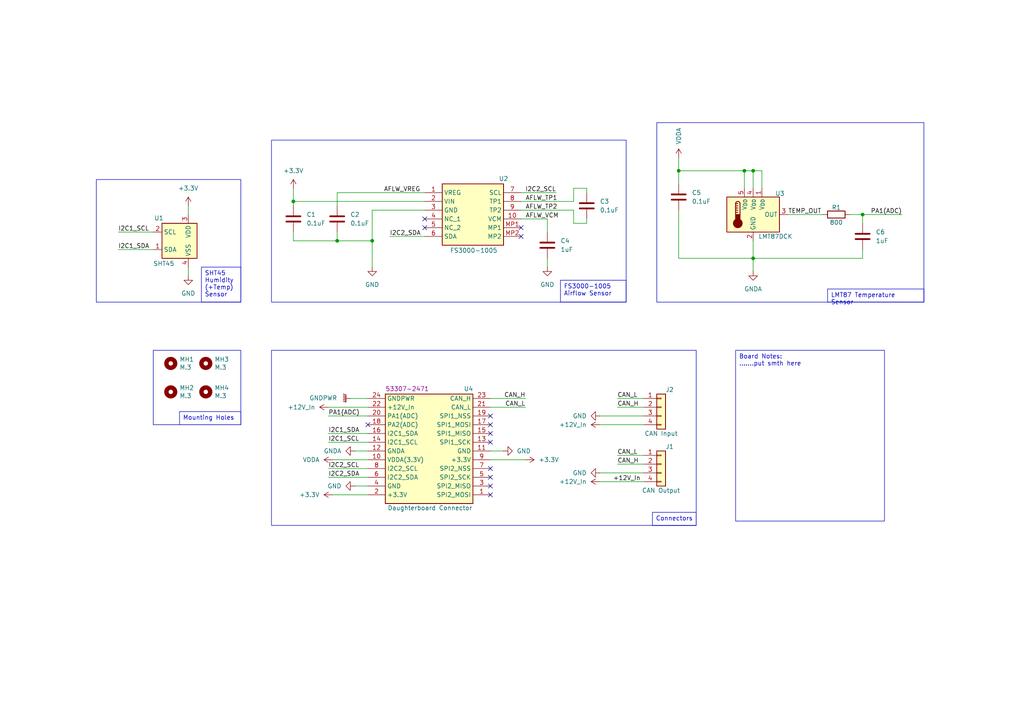
<source format=kicad_sch>
(kicad_sch (version 20231120) (generator "eeschema") (generator_version "8.0")
  (paper "A4")
  (title_block (title "DataAcq-EnvironmentBoard"))
  (lib_symbols
    (symbol "Connector_Generic:Conn_01x04" (pin_names (offset 1.016) hide)
      (property "Reference" "J" (at 0 5.08 0))
      (property "Value" "Conn_01x04" (at 0 -7.62 0))
      (symbol "Conn_01x04_1_1"
        (rectangle (start -1.27 -4.953) (end 0 -5.207) (stroke (width 0.1524)))
        (rectangle (start -1.27 -2.413) (end 0 -2.667) (stroke (width 0.1524)))
        (rectangle (start -1.27 0.127) (end 0 -0.127) (stroke (width 0.1524)))
        (rectangle (start -1.27 2.667) (end 0 2.413) (stroke (width 0.1524)))
        (rectangle (start -1.27 3.81) (end 1.27 -6.35) (stroke (width 0.254)) (fill (type background)))
        (pin passive line (at -5.08 2.54 0) (length 3.81) (name "Pin_1") (number "1"))
        (pin passive line (at -5.08 0 0) (length 3.81) (name "Pin_2") (number "2"))
        (pin passive line (at -5.08 -2.54 0) (length 3.81) (name "Pin_3") (number "3"))
        (pin passive line (at -5.08 -5.08 0) (length 3.81) (name "Pin_4") (number "4"))
      )
    )
    (symbol "Device:C" (pin_numbers hide) (pin_names (offset 0.254))
      (property "Reference" "C" (at 0.635 2.54 0))
      (property "Value" "C" (at 0.635 -2.54 0))
      (symbol "C_0_1"
        (polyline (pts (xy -2.032 -0.762) (xy 2.032 -0.762)) (stroke (width 0.508)))
        (polyline (pts (xy -2.032 0.762) (xy 2.032 0.762)) (stroke (width 0.508)))
      )
      (symbol "C_1_1"
        (pin passive line (at 0 3.81 270) (length 2.794) (name "~") (number "1"))
        (pin passive line (at 0 -3.81 90) (length 2.794) (name "~") (number "2"))
      )
    )
    (symbol "Device:R" (pin_numbers hide) (pin_names (offset 0))
      (property "Reference" "R" (at 2.032 0 90))
      (property "Value" "R" (at 0 0 90))
      (symbol "R_0_1"
        (rectangle (start -1.016 -2.54) (end 1.016 2.54) (stroke (width 0.254)))
      )
      (symbol "R_1_1"
        (pin passive line (at 0 3.81 270) (length 1.27) (name "~") (number "1"))
        (pin passive line (at 0 -3.81 90) (length 1.27) (name "~") (number "2"))
      )
    )
    (symbol "Mechanical:MountingHole" (pin_names (offset 1.016)) (exclude_from_sim yes) (in_bom no)
      (property "Reference" "H" (at 0 5.08 0))
      (property "Value" "MountingHole" (at 0 3.175 0))
      (symbol "MountingHole_0_1"
        (circle (center 0 0) (radius 1.27) (stroke (width 1.27)))
      )
    )
    (symbol "SamacSys_Parts:FS3000-1005"
      (property "Reference" "U" (at 24.13 7.62 0))
      (property "Value" "FS3000-1005" (at 24.13 5.08 0))
      (symbol "FS3000-1005_1_1"
        (rectangle (start 5.08 2.54) (end 22.86 -15.24) (stroke (width 0.254)) (fill (type background)))
        (pin passive line (at 0 0 0) (length 5.08) (name "VREG") (number "1"))
        (pin passive line (at 27.94 -7.62 180) (length 5.08) (name "VCM") (number "10"))
        (pin passive line (at 0 -2.54 0) (length 5.08) (name "VIN") (number "2"))
        (pin passive line (at 0 -5.08 0) (length 5.08) (name "GND") (number "3"))
        (pin passive line (at 0 -7.62 0) (length 5.08) (name "NC_1") (number "4"))
        (pin passive line (at 0 -10.16 0) (length 5.08) (name "NC_2") (number "5"))
        (pin passive line (at 0 -12.7 0) (length 5.08) (name "SDA") (number "6"))
        (pin passive line (at 27.94 0 180) (length 5.08) (name "SCL") (number "7"))
        (pin passive line (at 27.94 -2.54 180) (length 5.08) (name "TP1") (number "8"))
        (pin passive line (at 27.94 -5.08 180) (length 5.08) (name "TP2") (number "9"))
        (pin passive line (at 27.94 -10.16 180) (length 5.08) (name "MP1") (number "MP1"))
        (pin passive line (at 27.94 -12.7 180) (length 5.08) (name "MP2") (number "MP2"))
      )
    )
    (symbol "Sensor_Humidity:SHT4x"
      (property "Reference" "U" (at 0 8.89 0))
      (property "Value" "SHT4x" (at 0 6.35 0))
      (symbol "SHT4x_1_1"
        (rectangle (start -5.08 5.08) (end 5.08 -5.08) (stroke (width 0.254)) (fill (type background)))
        (pin bidirectional line (at -7.62 -2.54 0) (length 2.54) (name "SDA") (number "1"))
        (pin input line (at -7.62 2.54 0) (length 2.54) (name "SCL") (number "2"))
        (pin power_in line (at 2.54 7.62 270) (length 2.54) (name "VDD") (number "3"))
        (pin power_in line (at 2.54 -7.62 90) (length 2.54) (name "VSS") (number "4"))
      )
    )
    (symbol "Sensor_Temperature:LMT87DCK"
      (property "Reference" "U" (at -6.35 6.35 0))
      (property "Value" "LMT87DCK" (at 5.08 6.35 0))
      (symbol "LMT87DCK_0_1"
        (rectangle (start -7.62 5.08) (end 7.62 -5.08) (stroke (width 0.254)) (fill (type background)))
        (circle (center -4.445 -2.54) (radius 1.27) (stroke (width 0.254)) (fill (type outline)))
        (rectangle (start -3.81 -1.905) (end -5.08 0) (stroke (width 0.254)) (fill (type outline)))
        (arc (start -3.81 3.175) (mid -4.445 3.8073) (end -5.08 3.175) (stroke (width 0.254)))
        (polyline (pts (xy -5.08 0.635) (xy -4.445 0.635)) (stroke (width 0.254)))
        (polyline (pts (xy -5.08 1.27) (xy -4.445 1.27)) (stroke (width 0.254)))
        (polyline (pts (xy -5.08 1.905) (xy -4.445 1.905)) (stroke (width 0.254)))
        (polyline (pts (xy -5.08 2.54) (xy -4.445 2.54)) (stroke (width 0.254)))
        (polyline (pts (xy -5.08 3.175) (xy -5.08 0)) (stroke (width 0.254)))
        (polyline (pts (xy -5.08 3.175) (xy -4.445 3.175)) (stroke (width 0.254)))
        (polyline (pts (xy -3.81 3.175) (xy -3.81 0)) (stroke (width 0.254)))
      )
      (symbol "LMT87DCK_1_1"
        (pin power_in line (at 2.54 7.62 270) (length 2.54) (name "V_{DD}") (number "1"))
        (pin power_in line (at 0 -7.62 90) (length 2.54) (name "GND") (number "2"))
        (pin output line (at 10.16 0 180) (length 2.54) (name "OUT") (number "3"))
        (pin power_in line (at 0 7.62 270) (length 2.54) (name "V_{DD}") (number "4"))
        (pin power_in line (at -2.54 7.62 270) (length 2.54) (name "V_{DD}") (number "5"))
      )
    )
    (symbol "power:+12V" (power) (pin_numbers hide) (pin_names (offset 0) hide)
      (property "Value" "+12V" (at 0 3.556 0))
      (symbol "+12V_0_1"
        (polyline (pts (xy -0.762 1.27) (xy 0 2.54)))
        (polyline (pts (xy 0 0) (xy 0 2.54)))
        (polyline (pts (xy 0 2.54) (xy 0.762 1.27)))
      )
      (symbol "+12V_1_1"
        (pin power_in line (at 0 0 90) (length 0) (name "~") (number "1"))
      )
    )
    (symbol "power:+3.3V" (power) (pin_numbers hide) (pin_names (offset 0) hide)
      (property "Value" "+3.3V" (at 0 3.556 0))
      (symbol "+3.3V_0_1"
        (polyline (pts (xy -0.762 1.27) (xy 0 2.54)))
        (polyline (pts (xy 0 0) (xy 0 2.54)))
        (polyline (pts (xy 0 2.54) (xy 0.762 1.27)))
      )
      (symbol "+3.3V_1_1"
        (pin power_in line (at 0 0 90) (length 0) (name "~") (number "1"))
      )
    )
    (symbol "power:GND" (power) (pin_numbers hide) (pin_names (offset 0) hide)
      (property "Value" "GND" (at 0 -3.81 0))
      (symbol "GND_0_1"
        (polyline (pts (xy 0 0) (xy 0 -1.27) (xy 1.27 -1.27) (xy 0 -2.54) (xy -1.27 -1.27) (xy 0 -1.27)))
      )
      (symbol "GND_1_1"
        (pin power_in line (at 0 0 270) (length 0) (name "~") (number "1"))
      )
    )
    (symbol "power:GNDA" (power) (pin_numbers hide) (pin_names (offset 0) hide)
      (property "Value" "GNDA" (at 0 -3.81 0))
      (symbol "GNDA_0_1"
        (polyline (pts (xy 0 0) (xy 0 -1.27) (xy 1.27 -1.27) (xy 0 -2.54) (xy -1.27 -1.27) (xy 0 -1.27)))
      )
      (symbol "GNDA_1_1"
        (pin power_in line (at 0 0 270) (length 0) (name "~") (number "1"))
      )
    )
    (symbol "power:GNDPWR" (power) (pin_numbers hide) (pin_names (offset 0) hide)
      (property "Value" "GNDPWR" (at 0 -3.302 0))
      (symbol "GNDPWR_0_1"
        (polyline (pts (xy 0 -1.27) (xy 0 0)))
        (polyline (pts (xy -1.016 -1.27) (xy -1.27 -2.032) (xy -1.27 -2.032)) (stroke (width 0.2032)))
        (polyline (pts (xy -0.508 -1.27) (xy -0.762 -2.032) (xy -0.762 -2.032)) (stroke (width 0.2032)))
        (polyline (pts (xy 0 -1.27) (xy -0.254 -2.032) (xy -0.254 -2.032)) (stroke (width 0.2032)))
        (polyline (pts (xy 0.508 -1.27) (xy 0.254 -2.032) (xy 0.254 -2.032)) (stroke (width 0.2032)))
        (polyline (pts (xy 1.016 -1.27) (xy -1.016 -1.27) (xy -1.016 -1.27)) (stroke (width 0.2032)))
        (polyline (pts (xy 1.016 -1.27) (xy 0.762 -2.032) (xy 0.762 -2.032) (xy 0.762 -2.032)) (stroke (width 0.2032)))
      )
      (symbol "GNDPWR_1_1"
        (pin power_in line (at 0 0 270) (length 0) (name "~") (number "1"))
      )
    )
    (symbol "power:VDDA" (power) (pin_numbers hide) (pin_names (offset 0) hide)
      (property "Value" "VDDA" (at 0 3.556 0))
      (symbol "VDDA_0_1"
        (polyline (pts (xy -0.762 1.27) (xy 0 2.54)))
        (polyline (pts (xy 0 0) (xy 0 2.54)))
        (polyline (pts (xy 0 2.54) (xy 0.762 1.27)))
      )
      (symbol "VDDA_1_1"
        (pin power_in line (at 0 0 90) (length 0) (name "~") (number "1"))
      )
    )
    (symbol "utsvt-misc:PeripheralSOM"
      (property "Reference" "U" (at 0 2.54 0))
      (property "P/N" "53307-2471" (at -0.254 4.318 0))
      (symbol "PeripheralSOM_1_1"
        (rectangle (start -12.7 1.27) (end 12.7 -30.48) (stroke (width 0.254)) (fill (type background)))
        (pin passive line (at 17.78 -27.94 180) (length 5.08) (name "SPI2_MOSI") (number "1"))
        (pin passive line (at -17.78 -17.78 0) (length 5.08) (name "VDDA(3.3V)") (number "10"))
        (pin output line (at 17.78 -15.24 180) (length 5.08) (name "GND") (number "11"))
        (pin output line (at -17.78 -15.24 0) (length 5.08) (name "GNDA") (number "12"))
        (pin passive line (at 17.78 -12.7 180) (length 5.08) (name "SPI1_SCK") (number "13"))
        (pin passive line (at -17.78 -12.7 0) (length 5.08) (name "I2C1_SCL") (number "14"))
        (pin passive line (at 17.78 -10.16 180) (length 5.08) (name "SPI1_MISO") (number "15"))
        (pin passive line (at -17.78 -10.16 0) (length 5.08) (name "I2C1_SDA") (number "16"))
        (pin passive line (at 17.78 -7.62 180) (length 5.08) (name "SPI1_MOSI") (number "17"))
        (pin passive line (at -17.78 -7.62 0) (length 5.08) (name "PA2(ADC)") (number "18"))
        (pin passive line (at 17.78 -5.08 180) (length 5.08) (name "SPI1_NSS") (number "19"))
        (pin passive line (at -17.78 -27.94 0) (length 5.08) (name "+3.3V") (number "2"))
        (pin passive line (at -17.78 -5.08 0) (length 5.08) (name "PA1(ADC)") (number "20"))
        (pin passive line (at 17.78 -2.54 180) (length 5.08) (name "CAN_L") (number "21"))
        (pin input line (at -17.78 -2.54 0) (length 5.08) (name "+12V_In") (number "22"))
        (pin passive line (at 17.78 0 180) (length 5.08) (name "CAN_H") (number "23"))
        (pin passive line (at -17.78 0 0) (length 5.08) (name "GNDPWR") (number "24"))
        (pin passive line (at 17.78 -25.4 180) (length 5.08) (name "SPI2_MISO") (number "3"))
        (pin output line (at -17.78 -25.4 0) (length 5.08) (name "GND") (number "4"))
        (pin passive line (at 17.78 -22.86 180) (length 5.08) (name "SPI2_SCK") (number "5"))
        (pin passive line (at -17.78 -22.86 0) (length 5.08) (name "I2C2_SDA") (number "6"))
        (pin passive line (at 17.78 -20.32 180) (length 5.08) (name "SPI2_NSS") (number "7"))
        (pin passive line (at -17.78 -20.32 0) (length 5.08) (name "I2C2_SCL") (number "8"))
        (pin output line (at 17.78 -17.78 180) (length 5.08) (name "+3.3V") (number "9"))
      )
    )
  )
  (junction (at 107.95 69.85))
  (junction (at 218.44 74.93))
  (junction (at 218.44 49.53))
  (junction (at 97.79 69.85))
  (junction (at 85.09 58.42))
  (junction (at 250.19 62.23))
  (junction (at 196.85 49.53))
  (junction (at 215.9 49.53))
  (no_connect (at 142.24 143.51))
  (no_connect (at 142.24 128.27))
  (no_connect (at 123.19 66.04))
  (no_connect (at 142.24 138.43))
  (no_connect (at 151.13 68.58))
  (no_connect (at 142.24 125.73))
  (no_connect (at 142.24 123.19))
  (no_connect (at 123.19 63.5))
  (no_connect (at 106.68 123.19))
  (no_connect (at 142.24 135.89))
  (no_connect (at 151.13 66.04))
  (no_connect (at 142.24 140.97))
  (no_connect (at 142.24 120.65))
  (wire (pts (xy 250.19 62.23) (xy 250.19 64.77)))
  (wire (pts (xy 179.07 118.11) (xy 186.69 118.11)))
  (wire (pts (xy 218.44 74.93) (xy 250.19 74.93)))
  (wire (pts (xy 173.99 137.16) (xy 186.69 137.16)))
  (wire (pts (xy 95.25 138.43) (xy 106.68 138.43)))
  (wire (pts (xy 170.18 64.77) (xy 170.18 63.5)))
  (wire (pts (xy 142.24 133.35) (xy 152.4 133.35)))
  (wire (pts (xy 101.6 115.57) (xy 106.68 115.57)))
  (wire (pts (xy 218.44 49.53) (xy 215.9 49.53)))
  (wire (pts (xy 102.87 130.81) (xy 106.68 130.81)))
  (wire (pts (xy 228.6 62.23) (xy 238.76 62.23)))
  (wire (pts (xy 158.75 74.93) (xy 158.75 77.47)))
  (wire (pts (xy 173.99 123.19) (xy 186.69 123.19)))
  (wire (pts (xy 151.13 60.96) (xy 166.37 60.96)))
  (wire (pts (xy 97.79 67.31) (xy 97.79 69.85)))
  (wire (pts (xy 34.29 72.39) (xy 44.45 72.39)))
  (wire (pts (xy 166.37 54.61) (xy 166.37 58.42)))
  (wire (pts (xy 96.52 143.51) (xy 106.68 143.51)))
  (wire (pts (xy 54.61 77.47) (xy 54.61 80.01)))
  (wire (pts (xy 220.98 54.61) (xy 220.98 49.53)))
  (wire (pts (xy 95.25 120.65) (xy 106.68 120.65)))
  (wire (pts (xy 166.37 60.96) (xy 166.37 64.77)))
  (wire (pts (xy 95.25 118.11) (xy 106.68 118.11)))
  (wire (pts (xy 215.9 49.53) (xy 196.85 49.53)))
  (wire (pts (xy 102.87 140.97) (xy 106.68 140.97)))
  (wire (pts (xy 250.19 62.23) (xy 261.62 62.23)))
  (wire (pts (xy 220.98 49.53) (xy 218.44 49.53)))
  (wire (pts (xy 97.79 59.69) (xy 97.79 55.88)))
  (wire (pts (xy 196.85 49.53) (xy 196.85 53.34)))
  (wire (pts (xy 166.37 58.42) (xy 151.13 58.42)))
  (wire (pts (xy 34.29 67.31) (xy 44.45 67.31)))
  (wire (pts (xy 218.44 69.85) (xy 218.44 74.93)))
  (wire (pts (xy 142.24 130.81) (xy 146.05 130.81)))
  (wire (pts (xy 170.18 54.61) (xy 166.37 54.61)))
  (wire (pts (xy 246.38 62.23) (xy 250.19 62.23)))
  (wire (pts (xy 196.85 74.93) (xy 218.44 74.93)))
  (wire (pts (xy 95.25 135.89) (xy 106.68 135.89)))
  (wire (pts (xy 173.99 120.65) (xy 186.69 120.65)))
  (wire (pts (xy 85.09 69.85) (xy 97.79 69.85)))
  (wire (pts (xy 151.13 55.88) (xy 161.29 55.88)))
  (wire (pts (xy 179.07 132.08) (xy 186.69 132.08)))
  (wire (pts (xy 85.09 58.42) (xy 123.19 58.42)))
  (wire (pts (xy 142.24 118.11) (xy 152.4 118.11)))
  (wire (pts (xy 179.07 115.57) (xy 186.69 115.57)))
  (wire (pts (xy 95.25 125.73) (xy 106.68 125.73)))
  (wire (pts (xy 250.19 72.39) (xy 250.19 74.93)))
  (wire (pts (xy 85.09 67.31) (xy 85.09 69.85)))
  (wire (pts (xy 158.75 67.31) (xy 158.75 63.5)))
  (wire (pts (xy 107.95 60.96) (xy 107.95 69.85)))
  (wire (pts (xy 95.25 128.27) (xy 106.68 128.27)))
  (wire (pts (xy 170.18 64.77) (xy 166.37 64.77)))
  (wire (pts (xy 97.79 55.88) (xy 123.19 55.88)))
  (wire (pts (xy 142.24 115.57) (xy 152.4 115.57)))
  (wire (pts (xy 173.99 139.7) (xy 186.69 139.7)))
  (wire (pts (xy 158.75 63.5) (xy 151.13 63.5)))
  (wire (pts (xy 85.09 58.42) (xy 85.09 59.69)))
  (wire (pts (xy 97.79 69.85) (xy 107.95 69.85)))
  (wire (pts (xy 85.09 54.61) (xy 85.09 58.42)))
  (wire (pts (xy 113.03 68.58) (xy 123.19 68.58)))
  (wire (pts (xy 107.95 77.47) (xy 107.95 69.85)))
  (wire (pts (xy 179.07 134.62) (xy 186.69 134.62)))
  (wire (pts (xy 96.52 133.35) (xy 106.68 133.35)))
  (wire (pts (xy 215.9 49.53) (xy 215.9 54.61)))
  (wire (pts (xy 170.18 55.88) (xy 170.18 54.61)))
  (wire (pts (xy 218.44 74.93) (xy 218.44 78.74)))
  (wire (pts (xy 196.85 45.72) (xy 196.85 49.53)))
  (wire (pts (xy 196.85 60.96) (xy 196.85 74.93)))
  (wire (pts (xy 218.44 49.53) (xy 218.44 54.61)))
  (wire (pts (xy 107.95 60.96) (xy 123.19 60.96)))
  (wire (pts (xy 54.61 59.69) (xy 54.61 62.23)))
  (rectangle (start 78.74 40.64) (end 181.61 87.63))
  (rectangle (start 190.5 35.56) (end 267.97 87.63))
  (rectangle (start 44.45 101.6) (end 69.85 123.19))
  (rectangle (start 27.94 52.07) (end 69.85 87.63))
  (rectangle (start 78.74 101.6) (end 201.93 152.4))
  (text_box "Mounting Holes" (at 52.07 119.38 0) (size 17.78 3.81) (effects (font (size 1.27 1.27)) (justify left top)))
  (text_box "SHT45 Humidity (+Temp) Sensor\n" (at 58.42 77.47 0) (size 11.43 10.16) (effects (font (size 1.27 1.27)) (justify left top)))
  (text_box "Board Notes:\n.......put smth here" (at 213.36 101.6 0) (size 43.18 49.53) (effects (font (size 1.27 1.27)) (justify left top)))
  (text_box "Connectors" (at 189.23 148.59 0) (size 12.7 3.81) (effects (font (size 1.27 1.27)) (justify left top)))
  (text_box "FS3000-1005 Airflow Sensor" (at 162.56 81.28 0) (size 19.05 6.35) (effects (font (size 1.27 1.27)) (justify left top)))
  (text_box "LMT87 Temperature Sensor" (at 240.03 83.82 0) (size 27.94 3.81) (effects (font (size 1.27 1.27)) (justify left top)))
  (text "\n" (at 18.542 21.336 0) (effects (font (size 1.27 1.27)) (justify left)))
  (label "I2C2_SDA" (at 113.03 68.58 0))
  (label "I2C2_SCL" (at 95.25 135.89 0))
  (label "I2C2_SCL" (at 161.29 55.88 180))
  (label "CAN_H" (at 179.07 134.62 0))
  (label "AFLW_VREG" (at 121.92 55.88 180))
  (label "I2C1_SDA" (at 95.25 125.73 0))
  (label "CAN_H" (at 179.07 118.11 0))
  (label "I2C1_SCL" (at 34.29 67.31 0))
  (label "AFLW_TP1" (at 152.4 58.42 0))
  (label "CAN_L" (at 152.4 118.11 180))
  (label "TEMP_OUT" (at 228.6 62.23 0))
  (label "AFLW_VCM" (at 152.4 63.5 0))
  (label "+12V_In" (at 177.8 139.7 0))
  (label "PA1(ADC)" (at 95.25 120.65 0))
  (label "I2C2_SDA" (at 95.25 138.43 0))
  (label "CAN_L" (at 179.07 115.57 0))
  (label "I2C1_SCL" (at 95.25 128.27 0))
  (label "I2C1_SDA" (at 34.29 72.39 0))
  (label "PA1(ADC)" (at 261.62 62.23 180))
  (label "AFLW_TP2" (at 152.4 60.96 0))
  (label "CAN_H" (at 152.4 115.57 180))
  (label "CAN_L" (at 179.07 132.08 0))
  (symbol (lib_id "power:GNDA") (at 218.44 78.74 0) (unit 1)
    (property "Reference" "#PWR06" (effects (hide yes)))
    (property "Value" "GNDA" (at 218.44 83.82 0))
    (property "Description" "Power symbol creates a global label with name \"GNDA\" , analog ground" (effects (hide yes)))
  )
  (symbol (lib_id "power:GND") (at 107.95 77.47 0) (unit 1)
    (property "Reference" "#PWR05" (effects (hide yes)))
    (property "Value" "GND" (at 107.95 82.55 0))
    (property "Description" "Power symbol creates a global label with name \"GND\" , ground" (effects (hide yes)))
  )
  (symbol (lib_id "power:GND") (at 173.99 137.16 270) (unit 1)
    (property "Reference" "#PWR07" (effects (hide yes)))
    (property "Value" "GND" (at 170.18 137.1599 90) (effects (justify right)))
    (property "Description" "Power symbol creates a global label with name \"GND\" , ground" (effects (hide yes)))
  )
  (symbol (lib_id "Connector_Generic:Conn_01x04") (at 191.77 134.62 0) (unit 1)
    (property "Reference" "J1" (at 193.04 129.54 0) (effects (justify left)))
    (property "Value" "CAN Output" (at 186.182 142.24 0) (effects (justify left)))
    (property "Footprint" "UTSVT_Connectors:Molex_MicroFit3.0_1x4xP3.00mm_PolarizingPeg_Vertical" (effects (hide yes)))
    (property "Description" "Generic connector, single row, 01x04, script generated (kicad-library-utils/schlib/autogen/connector/)" (effects (hide yes)))
  )
  (symbol (lib_id "Device:C") (at 196.85 57.15 0) (unit 1)
    (property "Reference" "C5" (at 200.66 55.8799 0) (effects (justify left)))
    (property "Value" "0.1uF" (at 200.66 58.4199 0) (effects (justify left)))
    (property "Footprint" "Capacitor_SMD:C_0805_2012Metric" (effects (hide yes)))
    (property "Description" "Unpolarized capacitor" (effects (hide yes)))
  )
  (symbol (lib_id "Device:C") (at 250.19 68.58 0) (unit 1)
    (property "Reference" "C6" (at 254 67.3099 0) (effects (justify left)))
    (property "Value" "1uF" (at 254 69.8499 0) (effects (justify left)))
    (property "Footprint" "Capacitor_SMD:C_0805_2012Metric" (effects (hide yes)))
    (property "Description" "Unpolarized capacitor" (effects (hide yes)))
  )
  (symbol (lib_id "Device:C") (at 170.18 59.69 0) (unit 1)
    (property "Reference" "C3" (at 173.99 58.4199 0) (effects (justify left)))
    (property "Value" "0.1uF" (at 173.99 60.9599 0) (effects (justify left)))
    (property "Footprint" "Capacitor_SMD:C_0805_2012Metric" (effects (hide yes)))
    (property "Description" "Unpolarized capacitor" (effects (hide yes)))
  )
  (symbol (lib_id "Mechanical:MountingHole") (at 59.69 113.665 0) (unit 1)
    (property "Reference" "MH4" (at 62.23 112.4966 0) (effects (justify left)))
    (property "Value" "M.3" (at 62.23 114.808 0) (effects (justify left)))
    (property "Footprint" "MountingHole:MountingHole_3mm" (effects (hide yes)))
    (property "Description" "Mounting Hole without connection" (effects (hide yes)))
  )
  (symbol (lib_id "power:GNDA") (at 102.87 130.81 270) (unit 1)
    (property "Reference" "#PWR011" (effects (hide yes)))
    (property "Value" "GNDA" (at 99.06 130.8099 90) (effects (justify right)))
    (property "Description" "Power symbol creates a global label with name \"GNDA\" , analog ground" (effects (hide yes)))
  )
  (symbol (lib_id "Device:R") (at 242.57 62.23 90) (unit 1)
    (property "Reference" "R1" (at 242.57 60.198 90))
    (property "Value" "800" (at 242.57 64.516 90))
    (property "Footprint" "Resistor_SMD:R_0805_2012Metric" (effects (hide yes)))
    (property "Description" "Resistor" (effects (hide yes)))
  )
  (symbol (lib_id "power:+12V") (at 95.25 118.11 90) (unit 1)
    (property "Reference" "#PWR017" (effects (hide yes)))
    (property "Value" "+12V_In" (at 91.44 118.1099 90) (effects (justify left)))
    (property "Description" "Power symbol creates a global label with name \"+12V\"" (effects (hide yes)))
  )
  (symbol (lib_id "power:+3.3V") (at 152.4 133.35 270) (unit 1)
    (property "Reference" "#PWR013" (effects (hide yes)))
    (property "Value" "+3.3V" (at 156.21 133.3499 90) (effects (justify left)))
    (property "Description" "Power symbol creates a global label with name \"+3.3V\"" (effects (hide yes)))
  )
  (symbol (lib_id "Device:C") (at 158.75 71.12 0) (unit 1)
    (property "Reference" "C4" (at 162.56 69.8499 0) (effects (justify left)))
    (property "Value" "1uF" (at 162.56 72.3899 0) (effects (justify left)))
    (property "Footprint" "Capacitor_SMD:C_0805_2012Metric" (effects (hide yes)))
    (property "Description" "Unpolarized capacitor" (effects (hide yes)))
  )
  (symbol (lib_id "Sensor_Temperature:LMT87DCK") (at 218.44 62.23 0) (unit 1)
    (property "Reference" "U3" (at 227.584 56.134 0) (effects (justify right)))
    (property "Value" "LMT87DCK" (at 229.87 68.58 0) (effects (justify right)))
    (property "Footprint" "Package_TO_SOT_SMD:SOT-353_SC-70-5" (effects (hide yes)))
    (property "Datasheet" "http://www.ti.com/lit/ds/symlink/lmt87-q1.pdf" (effects (hide yes)))
    (property "Description" "Analog temperature sensor, NTC, 0.3C accuracy, -13.6mV/C, -50C to +150C, 2.7 to 5.5V, SC-70-5" (effects (hide yes)))
  )
  (symbol (lib_id "power:GND") (at 54.61 80.01 0) (unit 1)
    (property "Reference" "#PWR01" (effects (hide yes)))
    (property "Value" "GND" (at 54.61 85.09 0))
    (property "Description" "Power symbol creates a global label with name \"GND\" , ground" (effects (hide yes)))
  )
  (symbol (lib_id "Mechanical:MountingHole") (at 59.69 105.41 0) (unit 1)
    (property "Reference" "MH3" (at 62.23 104.2416 0) (effects (justify left)))
    (property "Value" "M.3" (at 62.23 106.553 0) (effects (justify left)))
    (property "Footprint" "MountingHole:MountingHole_3mm" (effects (hide yes)))
    (property "Description" "Mounting Hole without connection" (effects (hide yes)))
  )
  (symbol (lib_id "power:GND") (at 158.75 77.47 0) (unit 1)
    (property "Reference" "#PWR04" (effects (hide yes)))
    (property "Value" "GND" (at 158.75 82.55 0))
    (property "Description" "Power symbol creates a global label with name \"GND\" , ground" (effects (hide yes)))
  )
  (symbol (lib_id "power:+3.3V") (at 85.09 54.61 0) (unit 1)
    (property "Reference" "#PWR03" (effects (hide yes)))
    (property "Value" "+3.3V" (at 85.09 49.53 0))
    (property "Description" "Power symbol creates a global label with name \"+3.3V\"" (effects (hide yes)))
  )
  (symbol (lib_id "Mechanical:MountingHole") (at 49.53 105.41 0) (unit 1)
    (property "Reference" "MH1" (at 52.07 104.2416 0) (effects (justify left)))
    (property "Value" "M.3" (at 52.07 106.553 0) (effects (justify left)))
    (property "Footprint" "MountingHole:MountingHole_3mm" (effects (hide yes)))
    (property "Description" "Mounting Hole without connection" (effects (hide yes)))
  )
  (symbol (lib_id "power:GND") (at 146.05 130.81 90) (unit 1)
    (property "Reference" "#PWR09" (effects (hide yes)))
    (property "Value" "GND" (at 149.86 130.8099 90) (effects (justify right)))
    (property "Description" "Power symbol creates a global label with name \"GND\" , ground" (effects (hide yes)))
  )
  (symbol (lib_id "utsvt-misc:PeripheralSOM") (at 124.46 115.57 0) (unit 1)
    (property "Reference" "U4" (at 135.89 112.776 0))
    (property "Value" "Daughterboard Connector" (at 124.714 147.32 0))
    (property "Footprint" "UTSVT_Special:PeripheralSOM" (effects (hide yes)))
    (property "Datasheet" "https://tools.molex.com/pdm_docs/sd/533072071_sd.pdf" (effects (hide yes)))
    (property "P/N" "53307-2471" (at 118.11 112.776 0))
    (property "Height" "3.85" (effects (hide yes)))
  )
  (symbol (lib_id "power:+3.3V") (at 96.52 143.51 90) (unit 1)
    (property "Reference" "#PWR014" (effects (hide yes)))
    (property "Value" "+3.3V" (at 92.71 143.5099 90) (effects (justify left)))
    (property "Description" "Power symbol creates a global label with name \"+3.3V\"" (effects (hide yes)))
  )
  (symbol (lib_id "Sensor_Humidity:SHT4x") (at 52.07 69.85 0) (unit 1)
    (property "Reference" "U1" (at 44.704 63.246 0) (effects (justify left)))
    (property "Value" "SHT45" (at 44.45 76.454 0) (effects (justify left)))
    (property "Footprint" "Sensor_Humidity:Sensirion_DFN-4_1.5x1.5mm_P0.8mm_SHT4x_NoCentralPad" (effects (hide yes)))
    (property "Datasheet" "https://sensirion.com/media/documents/33FD6951/624C4357/Datasheet_SHT4x.pdf" (effects (hide yes)))
    (property "Description" "Digital Humidity and Temperature Sensor, +/-1%RH, +/-0.1degC, I2C, 1.08-3.6V, 16bit, DFN-4" (effects (hide yes)))
  )
  (symbol (lib_id "power:+3.3V") (at 54.61 59.69 0) (unit 1)
    (property "Reference" "#PWR02" (effects (hide yes)))
    (property "Value" "+3.3V" (at 54.61 54.61 0))
    (property "Description" "Power symbol creates a global label with name \"+3.3V\"" (effects (hide yes)))
  )
  (symbol (lib_id "Device:C") (at 85.09 63.5 0) (unit 1)
    (property "Reference" "C1" (at 88.9 62.2299 0) (effects (justify left)))
    (property "Value" "0.1uF" (at 88.9 64.7699 0) (effects (justify left)))
    (property "Footprint" "Capacitor_SMD:C_0805_2012Metric" (effects (hide yes)))
    (property "Description" "Unpolarized capacitor" (effects (hide yes)))
  )
  (symbol (lib_id "power:VDDA") (at 196.85 45.72 0) (unit 1)
    (property "Reference" "#PWR015" (effects (hide yes)))
    (property "Value" "VDDA" (at 196.8501 41.91 90) (effects (justify left)))
    (property "Description" "Power symbol creates a global label with name \"VDDA\"" (effects (hide yes)))
  )
  (symbol (lib_id "power:GND") (at 173.99 120.65 270) (unit 1)
    (property "Reference" "#PWR016" (effects (hide yes)))
    (property "Value" "GND" (at 170.18 120.6499 90) (effects (justify right)))
    (property "Description" "Power symbol creates a global label with name \"GND\" , ground" (effects (hide yes)))
  )
  (symbol (lib_id "power:+12V") (at 173.99 123.19 90) (unit 1)
    (property "Reference" "#PWR018" (effects (hide yes)))
    (property "Value" "+12V_In" (at 170.18 123.1899 90) (effects (justify left)))
    (property "Description" "Power symbol creates a global label with name \"+12V\"" (effects (hide yes)))
  )
  (symbol (lib_id "power:VDDA") (at 96.52 133.35 90) (unit 1)
    (property "Reference" "#PWR012" (effects (hide yes)))
    (property "Value" "VDDA" (at 92.71 133.3499 90) (effects (justify left)))
    (property "Description" "Power symbol creates a global label with name \"VDDA\"" (effects (hide yes)))
  )
  (symbol (lib_id "Mechanical:MountingHole") (at 49.53 113.665 0) (unit 1)
    (property "Reference" "MH2" (at 52.07 112.4966 0) (effects (justify left)))
    (property "Value" "M.3" (at 52.07 114.808 0) (effects (justify left)))
    (property "Footprint" "MountingHole:MountingHole_3mm" (effects (hide yes)))
    (property "Description" "Mounting Hole without connection" (effects (hide yes)))
  )
  (symbol (lib_id "power:GNDPWR") (at 101.6 115.57 270) (unit 1)
    (property "Reference" "#PWR08" (effects (hide yes)))
    (property "Value" "GNDPWR" (at 97.79 115.4429 90) (effects (justify right)))
    (property "Description" "Power symbol creates a global label with name \"GNDPWR\" , global ground" (effects (hide yes)))
  )
  (symbol (lib_id "power:GND") (at 102.87 140.97 270) (unit 1)
    (property "Reference" "#PWR010" (effects (hide yes)))
    (property "Value" "GND" (at 99.06 140.9699 90) (effects (justify right)))
    (property "Description" "Power symbol creates a global label with name \"GND\" , ground" (effects (hide yes)))
  )
  (symbol (lib_id "Connector_Generic:Conn_01x04") (at 191.77 118.11 0) (unit 1)
    (property "Reference" "J2" (at 193.04 113.03 0) (effects (justify left)))
    (property "Value" "CAN Input" (at 186.944 125.73 0) (effects (justify left)))
    (property "Footprint" "UTSVT_Connectors:Molex_MicroFit3.0_1x4xP3.00mm_PolarizingPeg_Vertical" (effects (hide yes)))
    (property "Description" "Generic connector, single row, 01x04, script generated (kicad-library-utils/schlib/autogen/connector/)" (effects (hide yes)))
  )
  (symbol (lib_id "Device:C") (at 97.79 63.5 0) (unit 1)
    (property "Reference" "C2" (at 101.6 62.2299 0) (effects (justify left)))
    (property "Value" "0.1uF" (at 101.6 64.7699 0) (effects (justify left)))
    (property "Footprint" "Capacitor_SMD:C_0805_2012Metric" (effects (hide yes)))
    (property "Description" "Unpolarized capacitor" (effects (hide yes)))
  )
  (symbol (lib_id "SamacSys_Parts:FS3000-1005") (at 123.19 55.88 0) (unit 1)
    (property "Reference" "U2" (at 146.05 51.816 0))
    (property "Value" "FS3000-1005" (at 137.414 72.644 0))
    (property "Footprint" "SamacSys_Parts:FS30001005" (effects (hide yes)))
    (property "Datasheet" "https://www.renesas.com/us/en/document/dst/fs3000-datasheet?language=en&r=1395551" (effects (hide yes)))
    (property "Description" "The FS3000 is a surface-mount type air velocity module utilizing a MEMS thermopile-based sensor. The FS3000 features a digital output with 12-bit resolution. The sensor comprises a solid thermal isolation technology and silicon-carbide coating to protect it from abrasive wear and water condensation.The FS3000 features a compact design fit for low profile enclosures." (effects (hide yes)))
    (property "Height" "4" (effects (hide yes)))
    (property "Mouser Part Number" "972-FS3000-1005" (effects (hide yes)))
    (property "Mouser Price/Stock" "https://www.mouser.co.uk/ProductDetail/Renesas-Electronics/FS3000-1005?qs=xZ%2FP%252Ba9zWqYVrq1uDYsQug%3D%3D" (effects (hide yes)))
    (property "Manufacturer_Name" "Renesas Electronics" (effects (hide yes)))
    (property "Manufacturer_Part_Number" "FS3000-1005" (effects (hide yes)))
  )
  (symbol (lib_id "power:+12V") (at 173.99 139.7 90) (unit 1)
    (property "Reference" "#PWR019" (effects (hide yes)))
    (property "Value" "+12V_In" (at 170.18 139.6999 90) (effects (justify left)))
    (property "Description" "Power symbol creates a global label with name \"+12V\"" (effects (hide yes)))
  )
)
</source>
